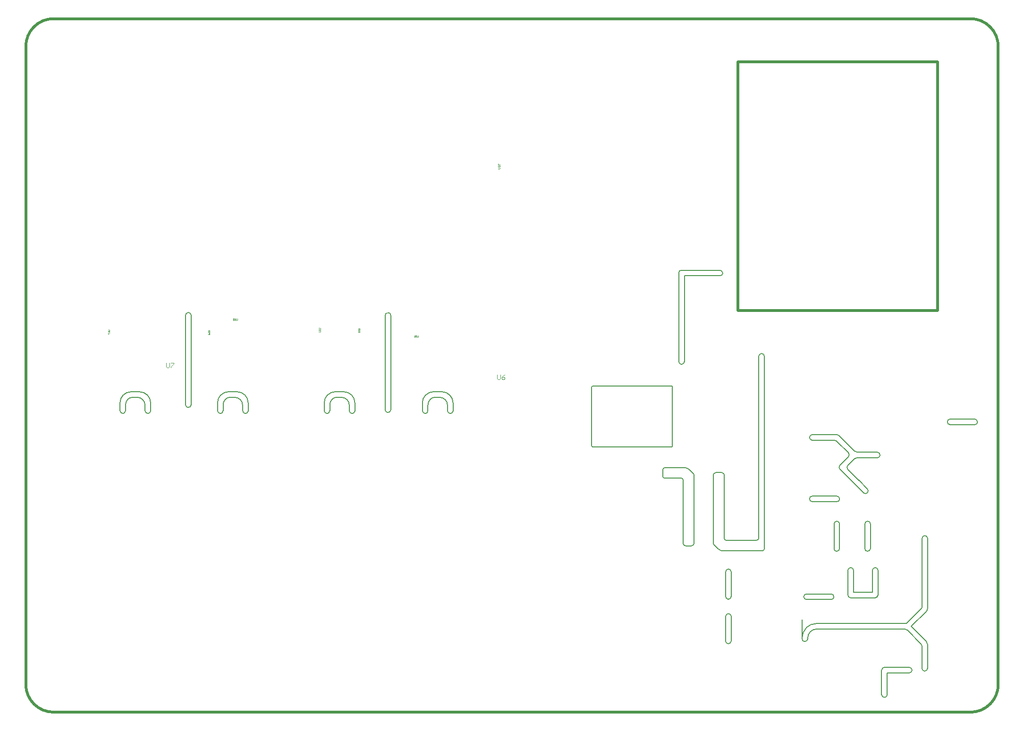
<source format=gm1>
G04*
G04 #@! TF.GenerationSoftware,Altium Limited,Altium Designer,21.7.2 (23)*
G04*
G04 Layer_Color=16711935*
%FSAX25Y25*%
%MOIN*%
G70*
G04*
G04 #@! TF.SameCoordinates,25756C21-EA0E-48A6-96D4-99705350E32D*
G04*
G04*
G04 #@! TF.FilePolarity,Positive*
G04*
G01*
G75*
%ADD13C,0.00787*%
%ADD14C,0.00394*%
%ADD15C,0.01968*%
%ADD435C,0.00236*%
%ADD436C,0.00197*%
D13*
X0539976Y0290142D02*
G03*
X0538976Y0291142I-0001000J0000000D01*
G01*
Y0247835D02*
G03*
X0539976Y0248835I0000000J0001000D01*
G01*
X0483890Y0291142D02*
G03*
X0482890Y0290142I0000000J-0001000D01*
G01*
Y0248835D02*
G03*
X0483890Y0247835I0001000J0000000D01*
G01*
X0152108Y0271602D02*
G03*
X0152963Y0271956I0000000J0001210D01*
G01*
X0153183Y0272176D02*
G03*
X0153810Y0273688I-0001512J0001512D01*
G01*
X0155463Y0281661D02*
G03*
X0153810Y0277669I0003992J-0003992D01*
G01*
X0158593Y0282999D02*
G03*
X0155535Y0281733I0000000J-0004325D01*
G01*
X0162030Y0282999D02*
G03*
X0162078Y0283019I0000000J0000067D01*
G01*
X0165877Y0281484D02*
G03*
X0162170Y0283019I-0003707J-0003707D01*
G01*
X0167589Y0277428D02*
G03*
X0165933Y0281427I-0005655J0000000D01*
G01*
X0167589Y0273649D02*
G03*
X0169637Y0271602I0002047J0000000D01*
G01*
D02*
G03*
X0171526Y0273491I0000000J0001890D01*
G01*
Y0279101D02*
G03*
X0169243Y0284613I-0007796J0000000D01*
G01*
D02*
G03*
X0163588Y0286956I-0005655J-0005655D01*
G01*
X0157645D02*
G03*
X0152274Y0284732I0000000J-0007595D01*
G01*
X0152092Y0284549D02*
G03*
X0149892Y0279239I0005310J-0005310D01*
G01*
Y0273649D02*
G03*
X0151940Y0271602I0002047J0000000D01*
G01*
X0220986D02*
G03*
X0221841Y0271956I0000000J0001210D01*
G01*
X0222061Y0272176D02*
G03*
X0222688Y0273688I-0001512J0001512D01*
G01*
X0224341Y0281661D02*
G03*
X0222688Y0277669I0003992J-0003992D01*
G01*
X0227471Y0282999D02*
G03*
X0224413Y0281733I0000000J-0004325D01*
G01*
X0230908Y0282999D02*
G03*
X0230956Y0283019I0000000J0000067D01*
G01*
X0234755Y0281484D02*
G03*
X0231048Y0283019I-0003707J-0003707D01*
G01*
X0236467Y0277428D02*
G03*
X0234811Y0281427I-0005655J0000000D01*
G01*
X0236467Y0273649D02*
G03*
X0238515Y0271602I0002047J0000000D01*
G01*
D02*
G03*
X0240404Y0273491I0000000J0001890D01*
G01*
Y0279101D02*
G03*
X0238121Y0284613I-0007796J0000000D01*
G01*
D02*
G03*
X0232466Y0286956I-0005655J-0005655D01*
G01*
X0226523D02*
G03*
X0221152Y0284732I0000000J-0007595D01*
G01*
X0220970Y0284549D02*
G03*
X0218771Y0279239I0005310J-0005310D01*
G01*
Y0273649D02*
G03*
X0220818Y0271602I0002047J0000000D01*
G01*
X0296301D02*
G03*
X0297156Y0271956I0000000J0001210D01*
G01*
X0297376Y0272176D02*
G03*
X0298003Y0273688I-0001512J0001512D01*
G01*
X0299656Y0281661D02*
G03*
X0298003Y0277669I0003992J-0003992D01*
G01*
X0302786Y0282999D02*
G03*
X0299728Y0281733I0000000J-0004325D01*
G01*
X0306223Y0282999D02*
G03*
X0306271Y0283019I0000000J0000067D01*
G01*
X0310070Y0281484D02*
G03*
X0306363Y0283019I-0003707J-0003707D01*
G01*
X0311782Y0277428D02*
G03*
X0310126Y0281427I-0005655J0000000D01*
G01*
X0311782Y0273649D02*
G03*
X0313830Y0271602I0002047J0000000D01*
G01*
D02*
G03*
X0315719Y0273491I0000000J0001890D01*
G01*
Y0279101D02*
G03*
X0313436Y0284613I-0007796J0000000D01*
G01*
D02*
G03*
X0307781Y0286956I-0005655J-0005655D01*
G01*
X0301837D02*
G03*
X0296467Y0284732I0000000J-0007595D01*
G01*
X0296285Y0284549D02*
G03*
X0294085Y0279239I0005310J-0005310D01*
G01*
Y0273649D02*
G03*
X0296133Y0271602I0002047J0000000D01*
G01*
X0363405Y0273642D02*
G03*
X0365453Y0271595I0002047J0000000D01*
G01*
X0365605Y0284542D02*
G03*
X0363405Y0279232I0005310J-0005310D01*
G01*
X0371158Y0286949D02*
G03*
X0365787Y0284724I0000000J-0007595D01*
G01*
X0382756Y0284606D02*
G03*
X0377101Y0286949I-0005655J-0005655D01*
G01*
X0385039Y0279094D02*
G03*
X0382756Y0284606I-0007796J0000000D01*
G01*
X0383150Y0271595D02*
G03*
X0385039Y0273484I0000000J0001890D01*
G01*
X0381102Y0273642D02*
G03*
X0383150Y0271595I0002047J0000000D01*
G01*
X0381102Y0277421D02*
G03*
X0379446Y0281420I-0005655J0000000D01*
G01*
X0379390Y0281476D02*
G03*
X0375683Y0283012I-0003707J-0003707D01*
G01*
X0375543Y0282992D02*
G03*
X0375590Y0283012I0000000J0000067D01*
G01*
X0372106Y0282992D02*
G03*
X0369048Y0281726I0000000J-0004325D01*
G01*
X0368976Y0281653D02*
G03*
X0367323Y0277661I0003992J-0003992D01*
G01*
X0366697Y0272169D02*
G03*
X0367323Y0273681I-0001512J0001512D01*
G01*
X0365621Y0271595D02*
G03*
X0366476Y0271949I0000000J0001210D01*
G01*
X0579471Y0130236D02*
G03*
X0577502Y0128268I0000000J-0001969D01*
G01*
X0581439D02*
G03*
X0579471Y0130236I-0001969J0000000D01*
G01*
Y0108976D02*
G03*
X0581439Y0110945I0000000J0001969D01*
G01*
X0577502Y0110748D02*
G03*
X0579274Y0108976I0001772J0000000D01*
G01*
X0579471Y0161732D02*
G03*
X0577502Y0159764I0000000J-0001969D01*
G01*
X0581439D02*
G03*
X0579471Y0161732I-0001969J0000000D01*
G01*
Y0140472D02*
G03*
X0581439Y0142441I0000000J0001969D01*
G01*
X0577502Y0142244D02*
G03*
X0579274Y0140472I0001772J0000000D01*
G01*
X0709077Y0090330D02*
G03*
X0707108Y0092299I-0001969J0000000D01*
G01*
Y0088362D02*
G03*
X0709077Y0090330I0000000J0001969D01*
G01*
X0689633Y0092303D02*
G03*
X0687664Y0090334I0000000J-0001969D01*
G01*
X0687664Y0073011D02*
G03*
X0689633Y0071043I0001969J0000000D01*
G01*
D02*
G03*
X0691601Y0073011I0000000J0001969D01*
G01*
X0599284Y0182009D02*
G03*
X0600906Y0183630I0000000J0001622D01*
G01*
X0734027Y0265705D02*
G03*
X0735995Y0263737I0001969J0000000D01*
G01*
Y0267674D02*
G03*
X0734027Y0265705I0000000J-0001969D01*
G01*
X0755287D02*
G03*
X0753318Y0267674I-0001969J0000000D01*
G01*
X0753515Y0263737D02*
G03*
X0755287Y0265509I0000000J0001772D01*
G01*
X0664154Y0241063D02*
G03*
X0664154Y0243846I-0001392J0001392D01*
G01*
X0658165Y0234941D02*
G03*
X0658165Y0232158I0001392J-0001392D01*
G01*
X0663785Y0234942D02*
G03*
X0663785Y0232158I0001392J-0001392D01*
G01*
X0677573Y0215571D02*
G03*
X0677573Y0218355I-0001392J0001392D01*
G01*
X0674789Y0215571D02*
G03*
X0677573Y0215571I0001392J0001392D01*
G01*
X0636693Y0211299D02*
G03*
X0638661Y0209331I0001969J0000000D01*
G01*
Y0213268D02*
G03*
X0636693Y0211299I0000000J-0001969D01*
G01*
X0657953D02*
G03*
X0655984Y0213268I-0001969J0000000D01*
G01*
X0656181Y0209331D02*
G03*
X0657953Y0211102I0000000J0001772D01*
G01*
X0337148Y0274268D02*
G03*
X0339116Y0272300I0001969J0000000D01*
G01*
X0339096Y0272296D02*
G03*
X0341064Y0274264I0000000J0001969D01*
G01*
X0196144Y0277772D02*
G03*
X0198112Y0275803I0001969J0000000D01*
G01*
X0198092Y0275800D02*
G03*
X0200060Y0277768I0000000J0001969D01*
G01*
X0339079Y0342808D02*
G03*
X0337110Y0340840I0000000J-0001969D01*
G01*
X0341047Y0341037D02*
G03*
X0339276Y0342808I-0001772J0000000D01*
G01*
X0200051Y0341128D02*
G03*
X0198279Y0342900I-0001772J0000000D01*
G01*
X0198082D02*
G03*
X0196114Y0340931I0000000J-0001969D01*
G01*
X0546153Y0372797D02*
G03*
X0544382Y0371025I0000000J-0001772D01*
G01*
X0544416Y0308267D02*
G03*
X0546385Y0306299I0001969J0000000D01*
G01*
D02*
G03*
X0548353Y0308267I0000000J0001969D01*
G01*
X0570768Y0229921D02*
G03*
X0568701Y0227854I0000000J-0002067D01*
G01*
X0576575Y0227953D02*
G03*
X0574606Y0229921I-0001969J0000000D01*
G01*
X0568701Y0179921D02*
G03*
X0569049Y0179081I0001188J0000000D01*
G01*
X0572021Y0176109D02*
G03*
X0575886Y0174508I0003864J0003864D01*
G01*
X0603268D02*
G03*
X0604843Y0176083I0000000J0001575D01*
G01*
X0576572Y0183264D02*
G03*
X0577848Y0181988I0001276J0000000D01*
G01*
X0576575Y0185531D02*
G03*
X0576572Y0185529I0000000J-0000003D01*
G01*
X0547441Y0222441D02*
G03*
X0547444Y0222444I0000000J0000003D01*
G01*
Y0224708D02*
G03*
X0546168Y0225984I-0001276J0000000D01*
G01*
X0533169Y0227165D02*
G03*
X0534350Y0225984I0001181J0000000D01*
G01*
X0534744Y0233465D02*
G03*
X0533169Y0231890I0000000J-0001575D01*
G01*
X0551994Y0231864D02*
G03*
X0548130Y0233465I-0003864J-0003864D01*
G01*
X0555315Y0228051D02*
G03*
X0554967Y0228891I-0001188J0000000D01*
G01*
X0573622Y0368871D02*
G03*
X0575393Y0370643I0000000J0001772D01*
G01*
Y0370840D02*
G03*
X0573425Y0372808I-0001969J0000000D01*
G01*
X0602871Y0313982D02*
G03*
X0600902Y0312013I0000000J-0001969D01*
G01*
X0604843Y0312008D02*
G03*
X0602874Y0313976I-0001969J0000000D01*
G01*
X0634547Y0120374D02*
G03*
X0631496Y0113008I0007366J-0007366D01*
G01*
X0641438Y0123228D02*
G03*
X0634547Y0120374I0000000J-0009745D01*
G01*
X0705020Y0123228D02*
G03*
X0705188Y0123298I0000000J0000238D01*
G01*
X0715748Y0133858D02*
G03*
X0716142Y0134809I-0000950J0000950D01*
G01*
X0718209Y0185335D02*
G03*
X0716142Y0183268I0000000J-0002067D01*
G01*
X0720079Y0183465D02*
G03*
X0718209Y0185335I-0001870J0000000D01*
G01*
X0719104Y0131703D02*
G03*
X0720079Y0134055I-0002352J0002352D01*
G01*
X0708661Y0121260D02*
G03*
X0708731Y0121092I0000238J0000000D01*
G01*
X0720079Y0108491D02*
G03*
X0719193Y0110630I-0003024J0000000D01*
G01*
X0718012Y0089665D02*
G03*
X0720079Y0091732I0000000J0002067D01*
G01*
X0716142Y0091535D02*
G03*
X0718012Y0089665I0001870J0000000D01*
G01*
X0716142Y0107283D02*
G03*
X0715515Y0108796I-0002139J0000000D01*
G01*
X0705709Y0118602D02*
G03*
X0704045Y0119291I-0001663J-0001663D01*
G01*
X0641437D02*
G03*
X0637572Y0117691I0000000J-0005465D01*
G01*
X0637303Y0117421D02*
G03*
X0635433Y0112907I0004515J-0004515D01*
G01*
X0633458Y0110552D02*
G03*
X0635426Y0112520I0000000J0001969D01*
G01*
X0631489Y0112323D02*
G03*
X0633261Y0110552I0001772J0000000D01*
G01*
X0683071Y0141464D02*
G03*
X0685040Y0143432I0000000J0001969D01*
G01*
X0663780D02*
G03*
X0665749Y0141464I0001969J0000000D01*
G01*
X0683097Y0141437D02*
G03*
X0685066Y0143405I0000000J0001969D01*
G01*
X0683097Y0162696D02*
G03*
X0681129Y0160728I0000000J-0001969D01*
G01*
X0685066Y0160925D02*
G03*
X0683294Y0162696I-0001772J0000000D01*
G01*
X0663806Y0143405D02*
G03*
X0665775Y0141437I0001969J0000000D01*
G01*
Y0162696D02*
G03*
X0663806Y0160728I0000000J-0001969D01*
G01*
X0667743Y0160925D02*
G03*
X0665972Y0162696I-0001772J0000000D01*
G01*
X0632657Y0142178D02*
G03*
X0634625Y0140210I0001969J0000000D01*
G01*
Y0144147D02*
G03*
X0632657Y0142178I0000000J-0001969D01*
G01*
X0653917D02*
G03*
X0651948Y0144147I-0001969J0000000D01*
G01*
X0652145Y0140210D02*
G03*
X0653917Y0141981I0000000J0001772D01*
G01*
X0677749Y0195552D02*
G03*
X0675780Y0193583I0000000J-0001969D01*
G01*
X0679717D02*
G03*
X0677749Y0195552I-0001969J0000000D01*
G01*
Y0174292D02*
G03*
X0679717Y0176260I0000000J0001969D01*
G01*
X0675780Y0176063D02*
G03*
X0677552Y0174292I0001772J0000000D01*
G01*
X0654035Y0176063D02*
G03*
X0655807Y0174291I0001772J0000000D01*
G01*
X0656004D02*
G03*
X0657972Y0176260I0000000J0001969D01*
G01*
Y0193583D02*
G03*
X0656004Y0195551I-0001969J0000000D01*
G01*
D02*
G03*
X0654035Y0193583I0000000J-0001969D01*
G01*
X0636732Y0254626D02*
G03*
X0638602Y0252756I0001870J0000000D01*
G01*
X0638799Y0256693D02*
G03*
X0636732Y0254626I0000000J-0002067D01*
G01*
X0657437Y0256067D02*
G03*
X0655925Y0256693I-0001512J-0001512D01*
G01*
X0668425Y0245079D02*
G03*
X0670326Y0244291I0001901J0001901D01*
G01*
X0686535Y0242224D02*
G03*
X0684469Y0244291I-0002067J0000000D01*
G01*
X0684665Y0240354D02*
G03*
X0686535Y0242224I0000000J0001870D01*
G01*
X0681811Y0240354D02*
G03*
X0681783Y0240366I-0000028J-0000028D01*
G01*
X0670807Y0240366D02*
G03*
X0667937Y0239177I0000000J-0004059D01*
G01*
X0655863Y0252130D02*
G03*
X0654350Y0252756I-0001512J-0001512D01*
G01*
X0547441Y0180020D02*
G03*
X0549409Y0178051I0001969J0000000D01*
G01*
X0553248D02*
G03*
X0555315Y0180118I0000000J0002067D01*
G01*
X0483890Y0247835D02*
X0538976D01*
X0483890Y0291142D02*
X0538976D01*
X0539976Y0248835D02*
Y0290142D01*
X0482890Y0248835D02*
Y0290142D01*
X0151802Y0271602D02*
X0152108D01*
X0152963Y0271956D02*
X0153183Y0272176D01*
X0153810Y0273688D02*
Y0275204D01*
Y0277669D01*
X0155463Y0281661D02*
X0155535Y0281733D01*
X0158593Y0282999D02*
X0162030D01*
X0162078Y0283019D02*
X0162170D01*
X0165877Y0281484D02*
X0165933Y0281427D01*
X0167589Y0275145D02*
Y0277428D01*
Y0273649D02*
Y0275145D01*
X0171526Y0273491D02*
Y0278413D01*
Y0279101D01*
X0159144Y0286956D02*
X0163588D01*
X0157645D02*
X0159144D01*
X0152092Y0284549D02*
X0152274Y0284732D01*
X0149892Y0274712D02*
Y0279239D01*
Y0273649D02*
Y0274712D01*
X0220680Y0271602D02*
X0220986D01*
X0221841Y0271956D02*
X0222061Y0272176D01*
X0222688Y0273688D02*
Y0275204D01*
Y0277669D01*
X0224341Y0281661D02*
X0224413Y0281733D01*
X0227471Y0282999D02*
X0230908D01*
X0230956Y0283019D02*
X0231048D01*
X0234755Y0281484D02*
X0234811Y0281427D01*
X0236467Y0275145D02*
Y0277428D01*
Y0273649D02*
Y0275145D01*
X0240404Y0273491D02*
Y0278413D01*
Y0279101D01*
X0228023Y0286956D02*
X0232466D01*
X0226523D02*
X0228023D01*
X0220970Y0284549D02*
X0221152Y0284732D01*
X0218771Y0274712D02*
Y0279239D01*
Y0273649D02*
Y0274712D01*
X0295995Y0271602D02*
X0296301D01*
X0297156Y0271956D02*
X0297376Y0272176D01*
X0298003Y0273688D02*
Y0275204D01*
Y0277669D01*
X0299656Y0281661D02*
X0299728Y0281733D01*
X0302786Y0282999D02*
X0306223D01*
X0306271Y0283019D02*
X0306363D01*
X0310070Y0281484D02*
X0310126Y0281427D01*
X0311782Y0275145D02*
Y0277428D01*
Y0273649D02*
Y0275145D01*
X0315719Y0273491D02*
Y0278413D01*
Y0279101D01*
X0303337Y0286956D02*
X0307781D01*
X0301837D02*
X0303337D01*
X0296285Y0284549D02*
X0296467Y0284732D01*
X0294085Y0274712D02*
Y0279239D01*
Y0273649D02*
Y0274712D01*
X0363405Y0273642D02*
Y0274705D01*
Y0279232D01*
X0365605Y0284542D02*
X0365787Y0284724D01*
X0371158Y0286949D02*
X0372657D01*
X0377101D01*
X0385039Y0278405D02*
Y0279094D01*
Y0273484D02*
Y0278405D01*
X0381102Y0273642D02*
Y0275138D01*
Y0277421D01*
X0379390Y0281476D02*
X0379446Y0281420D01*
X0375590Y0283012D02*
X0375683D01*
X0372106Y0282992D02*
X0375543D01*
X0368976Y0281653D02*
X0369048Y0281726D01*
X0367323Y0275197D02*
Y0277661D01*
Y0273681D02*
Y0275197D01*
X0366476Y0271949D02*
X0366697Y0272169D01*
X0365315Y0271595D02*
X0365621D01*
X0577502Y0119508D02*
Y0128268D01*
X0581439Y0111732D02*
Y0128268D01*
Y0110945D02*
Y0111732D01*
X0579274Y0108976D02*
X0579471D01*
X0577502Y0110748D02*
Y0119606D01*
Y0151004D02*
Y0159764D01*
X0581439Y0143228D02*
Y0159764D01*
Y0142441D02*
Y0143228D01*
X0579274Y0140472D02*
X0579471D01*
X0577502Y0142244D02*
Y0151102D01*
X0635433Y0112480D02*
Y0112907D01*
X0698348Y0092299D02*
X0707108D01*
X0691595Y0088362D02*
X0707108Y0088362D01*
X0689588Y0092299D02*
X0698447Y0092299D01*
X0691601Y0088366D02*
X0691601Y0081673D01*
X0687664Y0090334D02*
X0687664Y0089547D01*
X0687664Y0073011D02*
X0687664Y0089547D01*
X0691601Y0073011D02*
Y0081771D01*
X0735995Y0263737D02*
X0744755D01*
X0735995Y0267674D02*
X0752531Y0267674D01*
X0753318Y0267674D01*
X0744657Y0263737D02*
X0753515D01*
X0658165Y0234941D02*
X0664167Y0241072D01*
X0663726Y0234883D02*
X0663865Y0235022D01*
X0663791Y0232137D02*
X0671448Y0224480D01*
X0663898Y0235059D02*
X0668021Y0239254D01*
X0671379Y0224550D02*
X0677573Y0218355D01*
X0658113Y0232247D02*
X0674789Y0215571D01*
X0638661Y0209331D02*
X0647421D01*
X0638661Y0213268D02*
X0655197D01*
X0655984D01*
X0657953Y0211102D02*
Y0211299D01*
X0647323Y0209331D02*
X0656181D01*
X0341065Y0282929D02*
X0341065Y0291788D01*
X0337148Y0291591D02*
X0337148Y0290804D01*
X0337148Y0274268D02*
X0337148Y0290804D01*
X0341065Y0274268D02*
Y0283028D01*
X0200061Y0282929D02*
X0200061Y0291788D01*
X0196144Y0291591D02*
X0196144Y0290804D01*
X0196144Y0277598D02*
X0196144Y0290804D01*
X0200061Y0277697D02*
Y0283028D01*
X0341047Y0323517D02*
Y0332277D01*
X0337110Y0323517D02*
X0337110Y0340052D01*
X0337110Y0340840D02*
X0337110Y0340052D01*
X0339079Y0342808D02*
X0339276D01*
X0341047Y0332178D02*
X0341047Y0341037D01*
X0341057Y0315830D02*
X0341057Y0324689D01*
X0337121Y0307169D02*
X0337121Y0323704D01*
X0341057Y0307169D02*
Y0315929D01*
X0341057Y0299098D02*
X0341058Y0307956D01*
X0337140Y0307759D02*
X0337140Y0306972D01*
X0337140Y0290437D02*
X0337140Y0306972D01*
X0341057Y0290437D02*
Y0299196D01*
X0200061Y0290528D02*
Y0299288D01*
X0196144Y0290528D02*
X0196144Y0307063D01*
X0196144Y0307851D02*
X0196144Y0307063D01*
X0200061Y0299189D02*
X0200061Y0308048D01*
X0200061Y0307260D02*
Y0316020D01*
X0196124Y0307260D02*
X0196124Y0323796D01*
X0200061Y0315922D02*
X0200061Y0324780D01*
X0200051Y0332270D02*
X0200051Y0341128D01*
X0198082Y0342900D02*
X0198279D01*
X0196114Y0340931D02*
X0196114Y0340144D01*
X0196114Y0323608D02*
X0196114Y0340144D01*
X0200051Y0323608D02*
Y0332368D01*
X0554725Y0372763D02*
X0563485D01*
X0548353Y0368898D02*
X0563413Y0368898D01*
X0545965Y0372763D02*
X0554823D01*
X0544389Y0371063D02*
X0544416Y0336220D01*
X0548353D02*
Y0344980D01*
Y0308267D02*
Y0317027D01*
X0544416Y0308267D02*
X0544416Y0324803D01*
X0544416Y0325590D02*
X0544416Y0324803D01*
X0544416Y0343307D02*
X0544416Y0342519D01*
X0548353Y0316929D02*
Y0325787D01*
Y0325984D02*
Y0334744D01*
Y0334645D02*
Y0343503D01*
X0544416Y0325984D02*
X0544416Y0342519D01*
X0548353Y0344881D02*
Y0368898D01*
X0576575Y0185531D02*
Y0219291D01*
X0568701Y0179921D02*
Y0224803D01*
Y0227854D01*
X0570768Y0229921D02*
X0574606D01*
X0576575Y0219193D02*
Y0227953D01*
X0569049Y0179081D02*
X0572021Y0176109D01*
X0575886Y0174508D02*
X0603307D01*
X0604843Y0176083D02*
Y0180807D01*
X0577848Y0181988D02*
X0599284Y0182009D01*
X0576572Y0185529D02*
X0576572Y0183264D01*
X0547444Y0222444D02*
Y0224708D01*
X0534350Y0225984D02*
X0546168D01*
X0533169Y0227165D02*
Y0231890D01*
X0534744Y0233465D02*
X0548130D01*
X0551994Y0231864D02*
X0554967Y0228891D01*
X0564763Y0368871D02*
X0573622D01*
X0575393Y0370643D02*
Y0370840D01*
X0572637Y0372808D02*
X0573425Y0372808D01*
X0556102D02*
X0572637Y0372808D01*
X0556102Y0368871D02*
X0564862D01*
X0604843Y0312028D02*
X0604843Y0180905D01*
X0631496Y0112244D02*
Y0125862D01*
X0641398Y0123228D02*
X0703839Y0123228D01*
X0705020D01*
X0705188Y0123298D02*
X0715748Y0133858D01*
X0716142Y0134809D02*
Y0136122D01*
Y0183268D01*
X0720079Y0182972D02*
Y0183465D01*
Y0134055D02*
Y0182972D01*
X0708661Y0121260D02*
X0719104Y0131703D01*
X0708731Y0121092D02*
X0719193Y0110630D01*
X0720079Y0108071D02*
Y0108491D01*
Y0091732D02*
Y0108071D01*
X0716142Y0091535D02*
Y0091831D01*
Y0107283D01*
X0705709Y0118602D02*
X0715515Y0108796D01*
X0699862Y0119272D02*
X0704045Y0119291D01*
X0641299Y0119272D02*
X0699862D01*
X0637303Y0117421D02*
X0637572Y0117691D01*
X0633261Y0110552D02*
X0633458D01*
X0681102Y0159914D02*
X0681129Y0159941D01*
X0672343Y0145401D02*
X0681102D01*
X0666536Y0141464D02*
X0683071Y0141464D01*
X0665749D02*
X0666536Y0141464D01*
X0663780Y0143432D02*
Y0143629D01*
X0667717Y0145401D02*
X0674410D01*
X0685066Y0143405D02*
Y0152165D01*
X0681102Y0145401D02*
X0681102Y0159914D01*
X0681129Y0160728D02*
X0681129Y0159941D01*
X0683097Y0162696D02*
X0683294D01*
X0685066Y0152067D02*
Y0160925D01*
X0667743Y0145374D02*
Y0152165D01*
X0663806Y0143405D02*
X0663806Y0159941D01*
X0663806Y0160728D02*
X0663806Y0159941D01*
X0665775Y0162696D02*
X0665971D01*
X0667743Y0152067D02*
Y0160925D01*
X0634625Y0140210D02*
X0643385D01*
X0634625Y0144147D02*
X0651161Y0144147D01*
X0651948Y0144147D01*
X0653917Y0141981D02*
Y0142178D01*
X0643287Y0140210D02*
X0652145D01*
X0675780Y0184823D02*
Y0193583D01*
X0679717Y0177048D02*
Y0193583D01*
Y0176260D02*
Y0177048D01*
X0677552Y0174292D02*
X0677749D01*
X0675780Y0176063D02*
Y0184922D01*
X0654035Y0176063D02*
Y0184921D01*
X0655807Y0174291D02*
X0656004D01*
X0657972Y0176260D02*
Y0177047D01*
Y0193583D01*
X0654035Y0184823D02*
Y0193583D01*
X0638799Y0256693D02*
X0640079D01*
X0655925D01*
X0657437Y0256067D02*
X0668425Y0245079D01*
X0670326Y0244291D02*
X0671279D01*
X0684469D01*
X0681811Y0240354D02*
X0684665D01*
X0670807Y0240366D02*
X0681783D01*
X0655863Y0252130D02*
X0664390Y0243602D01*
X0638406Y0252756D02*
X0654350D01*
X0604843Y0179724D02*
Y0180905D01*
X0600906Y0312106D02*
X0600906Y0183630D01*
X0547441Y0180020D02*
Y0188779D01*
X0549409Y0178051D02*
X0553248D01*
X0555315Y0180118D02*
Y0183169D01*
Y0228051D01*
X0547441Y0188681D02*
Y0222441D01*
D14*
X0416284Y0298885D02*
Y0296261D01*
X0416808Y0295736D01*
X0417858D01*
X0418383Y0296261D01*
Y0298885D01*
X0421531D02*
X0420482Y0298360D01*
X0419432Y0297310D01*
Y0296261D01*
X0419957Y0295736D01*
X0421006D01*
X0421531Y0296261D01*
Y0296786D01*
X0421006Y0297310D01*
X0419432D01*
X0182622Y0307251D02*
Y0304627D01*
X0183147Y0304102D01*
X0184196D01*
X0184721Y0304627D01*
Y0307251D01*
X0185771D02*
X0187870D01*
Y0306726D01*
X0185771Y0304627D01*
Y0304102D01*
D15*
X0750310Y0060613D02*
G03*
X0769995Y0080298I0000000J0019685D01*
G01*
X0769980Y0530807D02*
G03*
X0750295Y0550492I-0019685J0000000D01*
G01*
X0083366Y0080315D02*
G03*
X0103051Y0060630I0019685J0000000D01*
G01*
Y0550492D02*
G03*
X0083366Y0530807I0000000J-0019685D01*
G01*
X0727067Y0344390D02*
Y0519980D01*
X0769980Y0530807D02*
X0769980Y0080413D01*
X0586024Y0519980D02*
X0727067D01*
X0103051Y0060630D02*
X0750591Y0060630D01*
X0586024Y0519980D02*
X0586024Y0344390D01*
X0727067D01*
X0083366Y0080413D02*
X0083366Y0530905D01*
X0103051Y0550492D02*
X0750295Y0550492D01*
D435*
X0416741Y0444457D02*
X0417888D01*
X0418118Y0444686D01*
Y0445145D01*
X0417888Y0445375D01*
X0416741D01*
X0416970Y0445834D02*
X0416741Y0446064D01*
Y0446523D01*
X0416970Y0446753D01*
X0417200D01*
X0417429Y0446523D01*
Y0446293D01*
Y0446523D01*
X0417659Y0446753D01*
X0417888D01*
X0418118Y0446523D01*
Y0446064D01*
X0417888Y0445834D01*
X0416741Y0447212D02*
Y0448130D01*
X0416970D01*
X0417888Y0447212D01*
X0418118D01*
D436*
X0232709Y0338574D02*
Y0337591D01*
X0232512Y0337394D01*
X0232118D01*
X0231922Y0337591D01*
Y0338574D01*
X0231528Y0337394D02*
X0231134D01*
X0231331D01*
Y0338574D01*
X0231528Y0338378D01*
X0229757Y0338574D02*
X0230544D01*
Y0337984D01*
X0230150Y0338181D01*
X0229954D01*
X0229757Y0337984D01*
Y0337591D01*
X0229954Y0337394D01*
X0230347D01*
X0230544Y0337591D01*
X0318119Y0331823D02*
X0319102D01*
X0319299Y0331626D01*
Y0331233D01*
X0319102Y0331036D01*
X0318119D01*
X0319299Y0330642D02*
Y0330248D01*
Y0330445D01*
X0318119D01*
X0318315Y0330642D01*
Y0329658D02*
X0318119Y0329461D01*
Y0329068D01*
X0318315Y0328871D01*
X0319102D01*
X0319299Y0329068D01*
Y0329461D01*
X0319102Y0329658D01*
X0318315D01*
X0212115Y0330354D02*
X0213099D01*
X0213295Y0330157D01*
Y0329764D01*
X0213099Y0329567D01*
X0212115D01*
X0213295Y0329174D02*
Y0328780D01*
Y0328977D01*
X0212115D01*
X0212311Y0329174D01*
X0212115Y0327402D02*
X0212311Y0327796D01*
X0212705Y0328190D01*
X0213099D01*
X0213295Y0327993D01*
Y0327599D01*
X0213099Y0327402D01*
X0212902D01*
X0212705Y0327599D01*
Y0328190D01*
X0290264Y0331831D02*
X0291248D01*
X0291445Y0331634D01*
Y0331240D01*
X0291248Y0331044D01*
X0290264D01*
X0291445Y0330650D02*
Y0330256D01*
Y0330453D01*
X0290264D01*
X0290461Y0330650D01*
X0291445Y0329666D02*
Y0329273D01*
Y0329469D01*
X0290264D01*
X0290461Y0329666D01*
X0141445Y0330551D02*
X0142429D01*
X0142626Y0330354D01*
Y0329961D01*
X0142429Y0329764D01*
X0141445D01*
X0142626Y0329370D02*
Y0328977D01*
Y0329174D01*
X0141445D01*
X0141642Y0329370D01*
X0141445Y0328386D02*
Y0327599D01*
X0141642D01*
X0142429Y0328386D01*
X0142626D01*
X0360374Y0326763D02*
Y0325780D01*
X0360177Y0325583D01*
X0359784D01*
X0359587Y0325780D01*
Y0326763D01*
X0359193Y0326567D02*
X0358997Y0326763D01*
X0358603D01*
X0358406Y0326567D01*
Y0326370D01*
X0358603Y0326173D01*
X0358800D01*
X0358603D01*
X0358406Y0325976D01*
Y0325780D01*
X0358603Y0325583D01*
X0358997D01*
X0359193Y0325780D01*
X0358013Y0325583D02*
X0357619D01*
X0357816D01*
Y0326763D01*
X0358013Y0326567D01*
M02*

</source>
